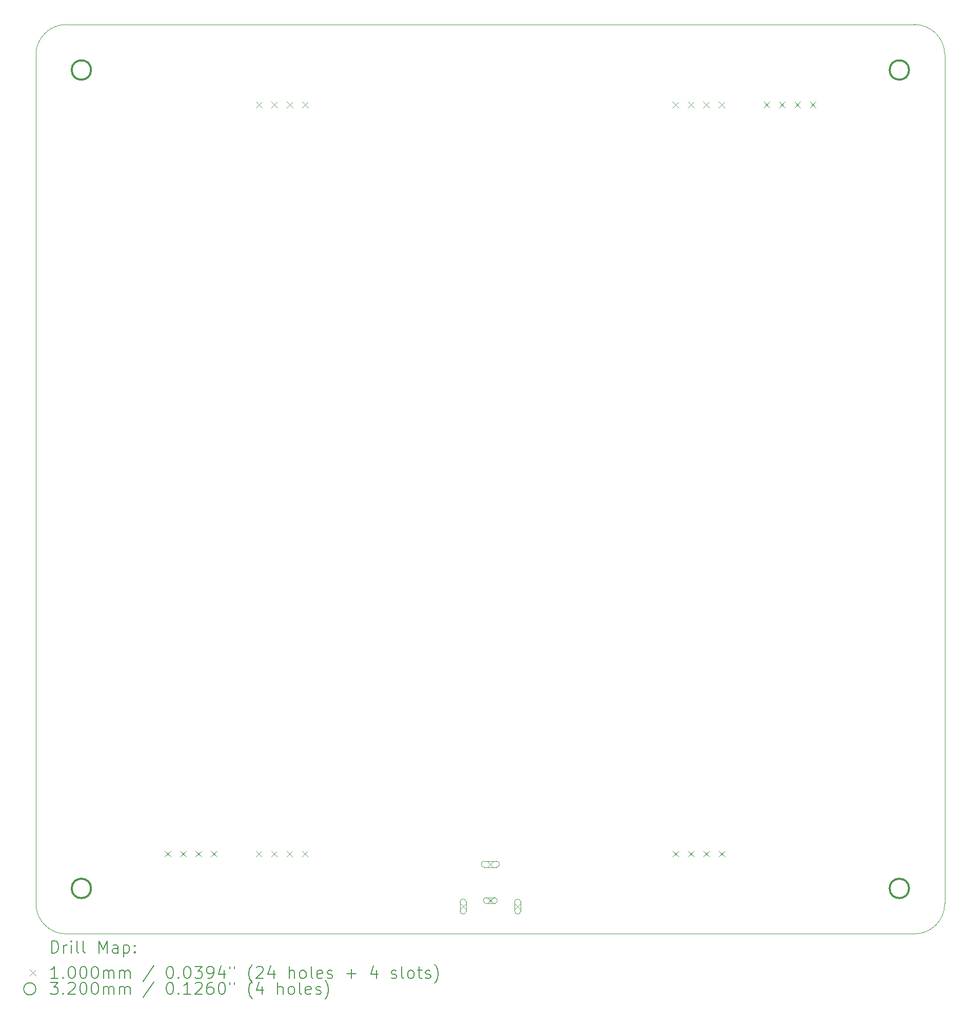
<source format=gbr>
%TF.GenerationSoftware,KiCad,Pcbnew,8.0.1*%
%TF.CreationDate,2024-03-21T17:04:59-07:00*%
%TF.ProjectId,fan-controller,66616e2d-636f-46e7-9472-6f6c6c65722e,rev?*%
%TF.SameCoordinates,Original*%
%TF.FileFunction,Drillmap*%
%TF.FilePolarity,Positive*%
%FSLAX45Y45*%
G04 Gerber Fmt 4.5, Leading zero omitted, Abs format (unit mm)*
G04 Created by KiCad (PCBNEW 8.0.1) date 2024-03-21 17:04:59*
%MOMM*%
%LPD*%
G01*
G04 APERTURE LIST*
%ADD10C,0.050000*%
%ADD11C,0.200000*%
%ADD12C,0.100000*%
%ADD13C,0.320000*%
G04 APERTURE END LIST*
D10*
X13000000Y-7500000D02*
X27000000Y-7500000D01*
X27000000Y-7500000D02*
G75*
G02*
X27500000Y-8000000I0J-500000D01*
G01*
X27500000Y-22000000D02*
G75*
G02*
X27000000Y-22500000I-500000J0D01*
G01*
X27500000Y-8000000D02*
X27500000Y-22000000D01*
X27000000Y-22500000D02*
X13000000Y-22500000D01*
X12500000Y-22000000D02*
X12500000Y-8000000D01*
X13000000Y-22500000D02*
G75*
G02*
X12500000Y-22000000I0J500000D01*
G01*
X12500000Y-8000000D02*
G75*
G02*
X13000000Y-7500000I500000J0D01*
G01*
D11*
D12*
X14628000Y-21130000D02*
X14728000Y-21230000D01*
X14728000Y-21130000D02*
X14628000Y-21230000D01*
X14882000Y-21130000D02*
X14982000Y-21230000D01*
X14982000Y-21130000D02*
X14882000Y-21230000D01*
X15136000Y-21130000D02*
X15236000Y-21230000D01*
X15236000Y-21130000D02*
X15136000Y-21230000D01*
X15390000Y-21130000D02*
X15490000Y-21230000D01*
X15490000Y-21130000D02*
X15390000Y-21230000D01*
X16128000Y-21130000D02*
X16228000Y-21230000D01*
X16228000Y-21130000D02*
X16128000Y-21230000D01*
X16130000Y-8770000D02*
X16230000Y-8870000D01*
X16230000Y-8770000D02*
X16130000Y-8870000D01*
X16382000Y-21130000D02*
X16482000Y-21230000D01*
X16482000Y-21130000D02*
X16382000Y-21230000D01*
X16384000Y-8770000D02*
X16484000Y-8870000D01*
X16484000Y-8770000D02*
X16384000Y-8870000D01*
X16636000Y-21130000D02*
X16736000Y-21230000D01*
X16736000Y-21130000D02*
X16636000Y-21230000D01*
X16638000Y-8770000D02*
X16738000Y-8870000D01*
X16738000Y-8770000D02*
X16638000Y-8870000D01*
X16890000Y-21130000D02*
X16990000Y-21230000D01*
X16990000Y-21130000D02*
X16890000Y-21230000D01*
X16892000Y-8770000D02*
X16992000Y-8870000D01*
X16992000Y-8770000D02*
X16892000Y-8870000D01*
X19500000Y-22000000D02*
X19600000Y-22100000D01*
X19600000Y-22000000D02*
X19500000Y-22100000D01*
X19500000Y-21975000D02*
X19500000Y-22125000D01*
X19600000Y-22125000D02*
G75*
G02*
X19500000Y-22125000I-50000J0D01*
G01*
X19600000Y-22125000D02*
X19600000Y-21975000D01*
X19600000Y-21975000D02*
G75*
G03*
X19500000Y-21975000I-50000J0D01*
G01*
X19950000Y-21300000D02*
X20050000Y-21400000D01*
X20050000Y-21300000D02*
X19950000Y-21400000D01*
X19900000Y-21400000D02*
X20100000Y-21400000D01*
X20100000Y-21300000D02*
G75*
G02*
X20100000Y-21400000I0J-50000D01*
G01*
X20100000Y-21300000D02*
X19900000Y-21300000D01*
X19900000Y-21300000D02*
G75*
G03*
X19900000Y-21400000I0J-50000D01*
G01*
X19950000Y-21900000D02*
X20050000Y-22000000D01*
X20050000Y-21900000D02*
X19950000Y-22000000D01*
X19935000Y-22000000D02*
X20065000Y-22000000D01*
X20065000Y-21900000D02*
G75*
G02*
X20065000Y-22000000I0J-50000D01*
G01*
X20065000Y-21900000D02*
X19935000Y-21900000D01*
X19935000Y-21900000D02*
G75*
G03*
X19935000Y-22000000I0J-50000D01*
G01*
X20400000Y-22000000D02*
X20500000Y-22100000D01*
X20500000Y-22000000D02*
X20400000Y-22100000D01*
X20400000Y-21975000D02*
X20400000Y-22125000D01*
X20500000Y-22125000D02*
G75*
G02*
X20400000Y-22125000I-50000J0D01*
G01*
X20500000Y-22125000D02*
X20500000Y-21975000D01*
X20500000Y-21975000D02*
G75*
G03*
X20400000Y-21975000I-50000J0D01*
G01*
X23008000Y-21130000D02*
X23108000Y-21230000D01*
X23108000Y-21130000D02*
X23008000Y-21230000D01*
X23010000Y-8770000D02*
X23110000Y-8870000D01*
X23110000Y-8770000D02*
X23010000Y-8870000D01*
X23262000Y-21130000D02*
X23362000Y-21230000D01*
X23362000Y-21130000D02*
X23262000Y-21230000D01*
X23264000Y-8770000D02*
X23364000Y-8870000D01*
X23364000Y-8770000D02*
X23264000Y-8870000D01*
X23516000Y-21130000D02*
X23616000Y-21230000D01*
X23616000Y-21130000D02*
X23516000Y-21230000D01*
X23518000Y-8770000D02*
X23618000Y-8870000D01*
X23618000Y-8770000D02*
X23518000Y-8870000D01*
X23770000Y-21130000D02*
X23870000Y-21230000D01*
X23870000Y-21130000D02*
X23770000Y-21230000D01*
X23772000Y-8770000D02*
X23872000Y-8870000D01*
X23872000Y-8770000D02*
X23772000Y-8870000D01*
X24510000Y-8770000D02*
X24610000Y-8870000D01*
X24610000Y-8770000D02*
X24510000Y-8870000D01*
X24764000Y-8770000D02*
X24864000Y-8870000D01*
X24864000Y-8770000D02*
X24764000Y-8870000D01*
X25018000Y-8770000D02*
X25118000Y-8870000D01*
X25118000Y-8770000D02*
X25018000Y-8870000D01*
X25272000Y-8770000D02*
X25372000Y-8870000D01*
X25372000Y-8770000D02*
X25272000Y-8870000D01*
D13*
X13410000Y-8250000D02*
G75*
G02*
X13090000Y-8250000I-160000J0D01*
G01*
X13090000Y-8250000D02*
G75*
G02*
X13410000Y-8250000I160000J0D01*
G01*
X13410000Y-21750000D02*
G75*
G02*
X13090000Y-21750000I-160000J0D01*
G01*
X13090000Y-21750000D02*
G75*
G02*
X13410000Y-21750000I160000J0D01*
G01*
X26910000Y-8250000D02*
G75*
G02*
X26590000Y-8250000I-160000J0D01*
G01*
X26590000Y-8250000D02*
G75*
G02*
X26910000Y-8250000I160000J0D01*
G01*
X26910000Y-21750000D02*
G75*
G02*
X26590000Y-21750000I-160000J0D01*
G01*
X26590000Y-21750000D02*
G75*
G02*
X26910000Y-21750000I160000J0D01*
G01*
D11*
X12758277Y-22813984D02*
X12758277Y-22613984D01*
X12758277Y-22613984D02*
X12805896Y-22613984D01*
X12805896Y-22613984D02*
X12834467Y-22623508D01*
X12834467Y-22623508D02*
X12853515Y-22642555D01*
X12853515Y-22642555D02*
X12863039Y-22661603D01*
X12863039Y-22661603D02*
X12872562Y-22699698D01*
X12872562Y-22699698D02*
X12872562Y-22728269D01*
X12872562Y-22728269D02*
X12863039Y-22766365D01*
X12863039Y-22766365D02*
X12853515Y-22785412D01*
X12853515Y-22785412D02*
X12834467Y-22804460D01*
X12834467Y-22804460D02*
X12805896Y-22813984D01*
X12805896Y-22813984D02*
X12758277Y-22813984D01*
X12958277Y-22813984D02*
X12958277Y-22680650D01*
X12958277Y-22718746D02*
X12967801Y-22699698D01*
X12967801Y-22699698D02*
X12977324Y-22690174D01*
X12977324Y-22690174D02*
X12996372Y-22680650D01*
X12996372Y-22680650D02*
X13015420Y-22680650D01*
X13082086Y-22813984D02*
X13082086Y-22680650D01*
X13082086Y-22613984D02*
X13072562Y-22623508D01*
X13072562Y-22623508D02*
X13082086Y-22633031D01*
X13082086Y-22633031D02*
X13091610Y-22623508D01*
X13091610Y-22623508D02*
X13082086Y-22613984D01*
X13082086Y-22613984D02*
X13082086Y-22633031D01*
X13205896Y-22813984D02*
X13186848Y-22804460D01*
X13186848Y-22804460D02*
X13177324Y-22785412D01*
X13177324Y-22785412D02*
X13177324Y-22613984D01*
X13310658Y-22813984D02*
X13291610Y-22804460D01*
X13291610Y-22804460D02*
X13282086Y-22785412D01*
X13282086Y-22785412D02*
X13282086Y-22613984D01*
X13539229Y-22813984D02*
X13539229Y-22613984D01*
X13539229Y-22613984D02*
X13605896Y-22756841D01*
X13605896Y-22756841D02*
X13672562Y-22613984D01*
X13672562Y-22613984D02*
X13672562Y-22813984D01*
X13853515Y-22813984D02*
X13853515Y-22709222D01*
X13853515Y-22709222D02*
X13843991Y-22690174D01*
X13843991Y-22690174D02*
X13824943Y-22680650D01*
X13824943Y-22680650D02*
X13786848Y-22680650D01*
X13786848Y-22680650D02*
X13767801Y-22690174D01*
X13853515Y-22804460D02*
X13834467Y-22813984D01*
X13834467Y-22813984D02*
X13786848Y-22813984D01*
X13786848Y-22813984D02*
X13767801Y-22804460D01*
X13767801Y-22804460D02*
X13758277Y-22785412D01*
X13758277Y-22785412D02*
X13758277Y-22766365D01*
X13758277Y-22766365D02*
X13767801Y-22747317D01*
X13767801Y-22747317D02*
X13786848Y-22737793D01*
X13786848Y-22737793D02*
X13834467Y-22737793D01*
X13834467Y-22737793D02*
X13853515Y-22728269D01*
X13948753Y-22680650D02*
X13948753Y-22880650D01*
X13948753Y-22690174D02*
X13967801Y-22680650D01*
X13967801Y-22680650D02*
X14005896Y-22680650D01*
X14005896Y-22680650D02*
X14024943Y-22690174D01*
X14024943Y-22690174D02*
X14034467Y-22699698D01*
X14034467Y-22699698D02*
X14043991Y-22718746D01*
X14043991Y-22718746D02*
X14043991Y-22775888D01*
X14043991Y-22775888D02*
X14034467Y-22794936D01*
X14034467Y-22794936D02*
X14024943Y-22804460D01*
X14024943Y-22804460D02*
X14005896Y-22813984D01*
X14005896Y-22813984D02*
X13967801Y-22813984D01*
X13967801Y-22813984D02*
X13948753Y-22804460D01*
X14129705Y-22794936D02*
X14139229Y-22804460D01*
X14139229Y-22804460D02*
X14129705Y-22813984D01*
X14129705Y-22813984D02*
X14120182Y-22804460D01*
X14120182Y-22804460D02*
X14129705Y-22794936D01*
X14129705Y-22794936D02*
X14129705Y-22813984D01*
X14129705Y-22690174D02*
X14139229Y-22699698D01*
X14139229Y-22699698D02*
X14129705Y-22709222D01*
X14129705Y-22709222D02*
X14120182Y-22699698D01*
X14120182Y-22699698D02*
X14129705Y-22690174D01*
X14129705Y-22690174D02*
X14129705Y-22709222D01*
D12*
X12397500Y-23092500D02*
X12497500Y-23192500D01*
X12497500Y-23092500D02*
X12397500Y-23192500D01*
D11*
X12863039Y-23233984D02*
X12748753Y-23233984D01*
X12805896Y-23233984D02*
X12805896Y-23033984D01*
X12805896Y-23033984D02*
X12786848Y-23062555D01*
X12786848Y-23062555D02*
X12767801Y-23081603D01*
X12767801Y-23081603D02*
X12748753Y-23091127D01*
X12948753Y-23214936D02*
X12958277Y-23224460D01*
X12958277Y-23224460D02*
X12948753Y-23233984D01*
X12948753Y-23233984D02*
X12939229Y-23224460D01*
X12939229Y-23224460D02*
X12948753Y-23214936D01*
X12948753Y-23214936D02*
X12948753Y-23233984D01*
X13082086Y-23033984D02*
X13101134Y-23033984D01*
X13101134Y-23033984D02*
X13120182Y-23043508D01*
X13120182Y-23043508D02*
X13129705Y-23053031D01*
X13129705Y-23053031D02*
X13139229Y-23072079D01*
X13139229Y-23072079D02*
X13148753Y-23110174D01*
X13148753Y-23110174D02*
X13148753Y-23157793D01*
X13148753Y-23157793D02*
X13139229Y-23195888D01*
X13139229Y-23195888D02*
X13129705Y-23214936D01*
X13129705Y-23214936D02*
X13120182Y-23224460D01*
X13120182Y-23224460D02*
X13101134Y-23233984D01*
X13101134Y-23233984D02*
X13082086Y-23233984D01*
X13082086Y-23233984D02*
X13063039Y-23224460D01*
X13063039Y-23224460D02*
X13053515Y-23214936D01*
X13053515Y-23214936D02*
X13043991Y-23195888D01*
X13043991Y-23195888D02*
X13034467Y-23157793D01*
X13034467Y-23157793D02*
X13034467Y-23110174D01*
X13034467Y-23110174D02*
X13043991Y-23072079D01*
X13043991Y-23072079D02*
X13053515Y-23053031D01*
X13053515Y-23053031D02*
X13063039Y-23043508D01*
X13063039Y-23043508D02*
X13082086Y-23033984D01*
X13272562Y-23033984D02*
X13291610Y-23033984D01*
X13291610Y-23033984D02*
X13310658Y-23043508D01*
X13310658Y-23043508D02*
X13320182Y-23053031D01*
X13320182Y-23053031D02*
X13329705Y-23072079D01*
X13329705Y-23072079D02*
X13339229Y-23110174D01*
X13339229Y-23110174D02*
X13339229Y-23157793D01*
X13339229Y-23157793D02*
X13329705Y-23195888D01*
X13329705Y-23195888D02*
X13320182Y-23214936D01*
X13320182Y-23214936D02*
X13310658Y-23224460D01*
X13310658Y-23224460D02*
X13291610Y-23233984D01*
X13291610Y-23233984D02*
X13272562Y-23233984D01*
X13272562Y-23233984D02*
X13253515Y-23224460D01*
X13253515Y-23224460D02*
X13243991Y-23214936D01*
X13243991Y-23214936D02*
X13234467Y-23195888D01*
X13234467Y-23195888D02*
X13224943Y-23157793D01*
X13224943Y-23157793D02*
X13224943Y-23110174D01*
X13224943Y-23110174D02*
X13234467Y-23072079D01*
X13234467Y-23072079D02*
X13243991Y-23053031D01*
X13243991Y-23053031D02*
X13253515Y-23043508D01*
X13253515Y-23043508D02*
X13272562Y-23033984D01*
X13463039Y-23033984D02*
X13482086Y-23033984D01*
X13482086Y-23033984D02*
X13501134Y-23043508D01*
X13501134Y-23043508D02*
X13510658Y-23053031D01*
X13510658Y-23053031D02*
X13520182Y-23072079D01*
X13520182Y-23072079D02*
X13529705Y-23110174D01*
X13529705Y-23110174D02*
X13529705Y-23157793D01*
X13529705Y-23157793D02*
X13520182Y-23195888D01*
X13520182Y-23195888D02*
X13510658Y-23214936D01*
X13510658Y-23214936D02*
X13501134Y-23224460D01*
X13501134Y-23224460D02*
X13482086Y-23233984D01*
X13482086Y-23233984D02*
X13463039Y-23233984D01*
X13463039Y-23233984D02*
X13443991Y-23224460D01*
X13443991Y-23224460D02*
X13434467Y-23214936D01*
X13434467Y-23214936D02*
X13424943Y-23195888D01*
X13424943Y-23195888D02*
X13415420Y-23157793D01*
X13415420Y-23157793D02*
X13415420Y-23110174D01*
X13415420Y-23110174D02*
X13424943Y-23072079D01*
X13424943Y-23072079D02*
X13434467Y-23053031D01*
X13434467Y-23053031D02*
X13443991Y-23043508D01*
X13443991Y-23043508D02*
X13463039Y-23033984D01*
X13615420Y-23233984D02*
X13615420Y-23100650D01*
X13615420Y-23119698D02*
X13624943Y-23110174D01*
X13624943Y-23110174D02*
X13643991Y-23100650D01*
X13643991Y-23100650D02*
X13672563Y-23100650D01*
X13672563Y-23100650D02*
X13691610Y-23110174D01*
X13691610Y-23110174D02*
X13701134Y-23129222D01*
X13701134Y-23129222D02*
X13701134Y-23233984D01*
X13701134Y-23129222D02*
X13710658Y-23110174D01*
X13710658Y-23110174D02*
X13729705Y-23100650D01*
X13729705Y-23100650D02*
X13758277Y-23100650D01*
X13758277Y-23100650D02*
X13777324Y-23110174D01*
X13777324Y-23110174D02*
X13786848Y-23129222D01*
X13786848Y-23129222D02*
X13786848Y-23233984D01*
X13882086Y-23233984D02*
X13882086Y-23100650D01*
X13882086Y-23119698D02*
X13891610Y-23110174D01*
X13891610Y-23110174D02*
X13910658Y-23100650D01*
X13910658Y-23100650D02*
X13939229Y-23100650D01*
X13939229Y-23100650D02*
X13958277Y-23110174D01*
X13958277Y-23110174D02*
X13967801Y-23129222D01*
X13967801Y-23129222D02*
X13967801Y-23233984D01*
X13967801Y-23129222D02*
X13977324Y-23110174D01*
X13977324Y-23110174D02*
X13996372Y-23100650D01*
X13996372Y-23100650D02*
X14024943Y-23100650D01*
X14024943Y-23100650D02*
X14043991Y-23110174D01*
X14043991Y-23110174D02*
X14053515Y-23129222D01*
X14053515Y-23129222D02*
X14053515Y-23233984D01*
X14443991Y-23024460D02*
X14272563Y-23281603D01*
X14701134Y-23033984D02*
X14720182Y-23033984D01*
X14720182Y-23033984D02*
X14739229Y-23043508D01*
X14739229Y-23043508D02*
X14748753Y-23053031D01*
X14748753Y-23053031D02*
X14758277Y-23072079D01*
X14758277Y-23072079D02*
X14767801Y-23110174D01*
X14767801Y-23110174D02*
X14767801Y-23157793D01*
X14767801Y-23157793D02*
X14758277Y-23195888D01*
X14758277Y-23195888D02*
X14748753Y-23214936D01*
X14748753Y-23214936D02*
X14739229Y-23224460D01*
X14739229Y-23224460D02*
X14720182Y-23233984D01*
X14720182Y-23233984D02*
X14701134Y-23233984D01*
X14701134Y-23233984D02*
X14682086Y-23224460D01*
X14682086Y-23224460D02*
X14672563Y-23214936D01*
X14672563Y-23214936D02*
X14663039Y-23195888D01*
X14663039Y-23195888D02*
X14653515Y-23157793D01*
X14653515Y-23157793D02*
X14653515Y-23110174D01*
X14653515Y-23110174D02*
X14663039Y-23072079D01*
X14663039Y-23072079D02*
X14672563Y-23053031D01*
X14672563Y-23053031D02*
X14682086Y-23043508D01*
X14682086Y-23043508D02*
X14701134Y-23033984D01*
X14853515Y-23214936D02*
X14863039Y-23224460D01*
X14863039Y-23224460D02*
X14853515Y-23233984D01*
X14853515Y-23233984D02*
X14843991Y-23224460D01*
X14843991Y-23224460D02*
X14853515Y-23214936D01*
X14853515Y-23214936D02*
X14853515Y-23233984D01*
X14986848Y-23033984D02*
X15005896Y-23033984D01*
X15005896Y-23033984D02*
X15024944Y-23043508D01*
X15024944Y-23043508D02*
X15034467Y-23053031D01*
X15034467Y-23053031D02*
X15043991Y-23072079D01*
X15043991Y-23072079D02*
X15053515Y-23110174D01*
X15053515Y-23110174D02*
X15053515Y-23157793D01*
X15053515Y-23157793D02*
X15043991Y-23195888D01*
X15043991Y-23195888D02*
X15034467Y-23214936D01*
X15034467Y-23214936D02*
X15024944Y-23224460D01*
X15024944Y-23224460D02*
X15005896Y-23233984D01*
X15005896Y-23233984D02*
X14986848Y-23233984D01*
X14986848Y-23233984D02*
X14967801Y-23224460D01*
X14967801Y-23224460D02*
X14958277Y-23214936D01*
X14958277Y-23214936D02*
X14948753Y-23195888D01*
X14948753Y-23195888D02*
X14939229Y-23157793D01*
X14939229Y-23157793D02*
X14939229Y-23110174D01*
X14939229Y-23110174D02*
X14948753Y-23072079D01*
X14948753Y-23072079D02*
X14958277Y-23053031D01*
X14958277Y-23053031D02*
X14967801Y-23043508D01*
X14967801Y-23043508D02*
X14986848Y-23033984D01*
X15120182Y-23033984D02*
X15243991Y-23033984D01*
X15243991Y-23033984D02*
X15177325Y-23110174D01*
X15177325Y-23110174D02*
X15205896Y-23110174D01*
X15205896Y-23110174D02*
X15224944Y-23119698D01*
X15224944Y-23119698D02*
X15234467Y-23129222D01*
X15234467Y-23129222D02*
X15243991Y-23148269D01*
X15243991Y-23148269D02*
X15243991Y-23195888D01*
X15243991Y-23195888D02*
X15234467Y-23214936D01*
X15234467Y-23214936D02*
X15224944Y-23224460D01*
X15224944Y-23224460D02*
X15205896Y-23233984D01*
X15205896Y-23233984D02*
X15148753Y-23233984D01*
X15148753Y-23233984D02*
X15129706Y-23224460D01*
X15129706Y-23224460D02*
X15120182Y-23214936D01*
X15339229Y-23233984D02*
X15377325Y-23233984D01*
X15377325Y-23233984D02*
X15396372Y-23224460D01*
X15396372Y-23224460D02*
X15405896Y-23214936D01*
X15405896Y-23214936D02*
X15424944Y-23186365D01*
X15424944Y-23186365D02*
X15434467Y-23148269D01*
X15434467Y-23148269D02*
X15434467Y-23072079D01*
X15434467Y-23072079D02*
X15424944Y-23053031D01*
X15424944Y-23053031D02*
X15415420Y-23043508D01*
X15415420Y-23043508D02*
X15396372Y-23033984D01*
X15396372Y-23033984D02*
X15358277Y-23033984D01*
X15358277Y-23033984D02*
X15339229Y-23043508D01*
X15339229Y-23043508D02*
X15329706Y-23053031D01*
X15329706Y-23053031D02*
X15320182Y-23072079D01*
X15320182Y-23072079D02*
X15320182Y-23119698D01*
X15320182Y-23119698D02*
X15329706Y-23138746D01*
X15329706Y-23138746D02*
X15339229Y-23148269D01*
X15339229Y-23148269D02*
X15358277Y-23157793D01*
X15358277Y-23157793D02*
X15396372Y-23157793D01*
X15396372Y-23157793D02*
X15415420Y-23148269D01*
X15415420Y-23148269D02*
X15424944Y-23138746D01*
X15424944Y-23138746D02*
X15434467Y-23119698D01*
X15605896Y-23100650D02*
X15605896Y-23233984D01*
X15558277Y-23024460D02*
X15510658Y-23167317D01*
X15510658Y-23167317D02*
X15634467Y-23167317D01*
X15701134Y-23033984D02*
X15701134Y-23072079D01*
X15777325Y-23033984D02*
X15777325Y-23072079D01*
X16072563Y-23310174D02*
X16063039Y-23300650D01*
X16063039Y-23300650D02*
X16043991Y-23272079D01*
X16043991Y-23272079D02*
X16034468Y-23253031D01*
X16034468Y-23253031D02*
X16024944Y-23224460D01*
X16024944Y-23224460D02*
X16015420Y-23176841D01*
X16015420Y-23176841D02*
X16015420Y-23138746D01*
X16015420Y-23138746D02*
X16024944Y-23091127D01*
X16024944Y-23091127D02*
X16034468Y-23062555D01*
X16034468Y-23062555D02*
X16043991Y-23043508D01*
X16043991Y-23043508D02*
X16063039Y-23014936D01*
X16063039Y-23014936D02*
X16072563Y-23005412D01*
X16139229Y-23053031D02*
X16148753Y-23043508D01*
X16148753Y-23043508D02*
X16167801Y-23033984D01*
X16167801Y-23033984D02*
X16215420Y-23033984D01*
X16215420Y-23033984D02*
X16234468Y-23043508D01*
X16234468Y-23043508D02*
X16243991Y-23053031D01*
X16243991Y-23053031D02*
X16253515Y-23072079D01*
X16253515Y-23072079D02*
X16253515Y-23091127D01*
X16253515Y-23091127D02*
X16243991Y-23119698D01*
X16243991Y-23119698D02*
X16129706Y-23233984D01*
X16129706Y-23233984D02*
X16253515Y-23233984D01*
X16424944Y-23100650D02*
X16424944Y-23233984D01*
X16377325Y-23024460D02*
X16329706Y-23167317D01*
X16329706Y-23167317D02*
X16453515Y-23167317D01*
X16682087Y-23233984D02*
X16682087Y-23033984D01*
X16767801Y-23233984D02*
X16767801Y-23129222D01*
X16767801Y-23129222D02*
X16758277Y-23110174D01*
X16758277Y-23110174D02*
X16739230Y-23100650D01*
X16739230Y-23100650D02*
X16710658Y-23100650D01*
X16710658Y-23100650D02*
X16691610Y-23110174D01*
X16691610Y-23110174D02*
X16682087Y-23119698D01*
X16891611Y-23233984D02*
X16872563Y-23224460D01*
X16872563Y-23224460D02*
X16863039Y-23214936D01*
X16863039Y-23214936D02*
X16853515Y-23195888D01*
X16853515Y-23195888D02*
X16853515Y-23138746D01*
X16853515Y-23138746D02*
X16863039Y-23119698D01*
X16863039Y-23119698D02*
X16872563Y-23110174D01*
X16872563Y-23110174D02*
X16891611Y-23100650D01*
X16891611Y-23100650D02*
X16920182Y-23100650D01*
X16920182Y-23100650D02*
X16939230Y-23110174D01*
X16939230Y-23110174D02*
X16948753Y-23119698D01*
X16948753Y-23119698D02*
X16958277Y-23138746D01*
X16958277Y-23138746D02*
X16958277Y-23195888D01*
X16958277Y-23195888D02*
X16948753Y-23214936D01*
X16948753Y-23214936D02*
X16939230Y-23224460D01*
X16939230Y-23224460D02*
X16920182Y-23233984D01*
X16920182Y-23233984D02*
X16891611Y-23233984D01*
X17072563Y-23233984D02*
X17053515Y-23224460D01*
X17053515Y-23224460D02*
X17043992Y-23205412D01*
X17043992Y-23205412D02*
X17043992Y-23033984D01*
X17224944Y-23224460D02*
X17205896Y-23233984D01*
X17205896Y-23233984D02*
X17167801Y-23233984D01*
X17167801Y-23233984D02*
X17148753Y-23224460D01*
X17148753Y-23224460D02*
X17139230Y-23205412D01*
X17139230Y-23205412D02*
X17139230Y-23129222D01*
X17139230Y-23129222D02*
X17148753Y-23110174D01*
X17148753Y-23110174D02*
X17167801Y-23100650D01*
X17167801Y-23100650D02*
X17205896Y-23100650D01*
X17205896Y-23100650D02*
X17224944Y-23110174D01*
X17224944Y-23110174D02*
X17234468Y-23129222D01*
X17234468Y-23129222D02*
X17234468Y-23148269D01*
X17234468Y-23148269D02*
X17139230Y-23167317D01*
X17310658Y-23224460D02*
X17329706Y-23233984D01*
X17329706Y-23233984D02*
X17367801Y-23233984D01*
X17367801Y-23233984D02*
X17386849Y-23224460D01*
X17386849Y-23224460D02*
X17396373Y-23205412D01*
X17396373Y-23205412D02*
X17396373Y-23195888D01*
X17396373Y-23195888D02*
X17386849Y-23176841D01*
X17386849Y-23176841D02*
X17367801Y-23167317D01*
X17367801Y-23167317D02*
X17339230Y-23167317D01*
X17339230Y-23167317D02*
X17320182Y-23157793D01*
X17320182Y-23157793D02*
X17310658Y-23138746D01*
X17310658Y-23138746D02*
X17310658Y-23129222D01*
X17310658Y-23129222D02*
X17320182Y-23110174D01*
X17320182Y-23110174D02*
X17339230Y-23100650D01*
X17339230Y-23100650D02*
X17367801Y-23100650D01*
X17367801Y-23100650D02*
X17386849Y-23110174D01*
X17634468Y-23157793D02*
X17786849Y-23157793D01*
X17710658Y-23233984D02*
X17710658Y-23081603D01*
X18120182Y-23100650D02*
X18120182Y-23233984D01*
X18072563Y-23024460D02*
X18024944Y-23167317D01*
X18024944Y-23167317D02*
X18148754Y-23167317D01*
X18367801Y-23224460D02*
X18386849Y-23233984D01*
X18386849Y-23233984D02*
X18424944Y-23233984D01*
X18424944Y-23233984D02*
X18443992Y-23224460D01*
X18443992Y-23224460D02*
X18453516Y-23205412D01*
X18453516Y-23205412D02*
X18453516Y-23195888D01*
X18453516Y-23195888D02*
X18443992Y-23176841D01*
X18443992Y-23176841D02*
X18424944Y-23167317D01*
X18424944Y-23167317D02*
X18396373Y-23167317D01*
X18396373Y-23167317D02*
X18377325Y-23157793D01*
X18377325Y-23157793D02*
X18367801Y-23138746D01*
X18367801Y-23138746D02*
X18367801Y-23129222D01*
X18367801Y-23129222D02*
X18377325Y-23110174D01*
X18377325Y-23110174D02*
X18396373Y-23100650D01*
X18396373Y-23100650D02*
X18424944Y-23100650D01*
X18424944Y-23100650D02*
X18443992Y-23110174D01*
X18567801Y-23233984D02*
X18548754Y-23224460D01*
X18548754Y-23224460D02*
X18539230Y-23205412D01*
X18539230Y-23205412D02*
X18539230Y-23033984D01*
X18672563Y-23233984D02*
X18653516Y-23224460D01*
X18653516Y-23224460D02*
X18643992Y-23214936D01*
X18643992Y-23214936D02*
X18634468Y-23195888D01*
X18634468Y-23195888D02*
X18634468Y-23138746D01*
X18634468Y-23138746D02*
X18643992Y-23119698D01*
X18643992Y-23119698D02*
X18653516Y-23110174D01*
X18653516Y-23110174D02*
X18672563Y-23100650D01*
X18672563Y-23100650D02*
X18701135Y-23100650D01*
X18701135Y-23100650D02*
X18720182Y-23110174D01*
X18720182Y-23110174D02*
X18729706Y-23119698D01*
X18729706Y-23119698D02*
X18739230Y-23138746D01*
X18739230Y-23138746D02*
X18739230Y-23195888D01*
X18739230Y-23195888D02*
X18729706Y-23214936D01*
X18729706Y-23214936D02*
X18720182Y-23224460D01*
X18720182Y-23224460D02*
X18701135Y-23233984D01*
X18701135Y-23233984D02*
X18672563Y-23233984D01*
X18796373Y-23100650D02*
X18872563Y-23100650D01*
X18824944Y-23033984D02*
X18824944Y-23205412D01*
X18824944Y-23205412D02*
X18834468Y-23224460D01*
X18834468Y-23224460D02*
X18853516Y-23233984D01*
X18853516Y-23233984D02*
X18872563Y-23233984D01*
X18929706Y-23224460D02*
X18948754Y-23233984D01*
X18948754Y-23233984D02*
X18986849Y-23233984D01*
X18986849Y-23233984D02*
X19005897Y-23224460D01*
X19005897Y-23224460D02*
X19015420Y-23205412D01*
X19015420Y-23205412D02*
X19015420Y-23195888D01*
X19015420Y-23195888D02*
X19005897Y-23176841D01*
X19005897Y-23176841D02*
X18986849Y-23167317D01*
X18986849Y-23167317D02*
X18958277Y-23167317D01*
X18958277Y-23167317D02*
X18939230Y-23157793D01*
X18939230Y-23157793D02*
X18929706Y-23138746D01*
X18929706Y-23138746D02*
X18929706Y-23129222D01*
X18929706Y-23129222D02*
X18939230Y-23110174D01*
X18939230Y-23110174D02*
X18958277Y-23100650D01*
X18958277Y-23100650D02*
X18986849Y-23100650D01*
X18986849Y-23100650D02*
X19005897Y-23110174D01*
X19082087Y-23310174D02*
X19091611Y-23300650D01*
X19091611Y-23300650D02*
X19110658Y-23272079D01*
X19110658Y-23272079D02*
X19120182Y-23253031D01*
X19120182Y-23253031D02*
X19129706Y-23224460D01*
X19129706Y-23224460D02*
X19139230Y-23176841D01*
X19139230Y-23176841D02*
X19139230Y-23138746D01*
X19139230Y-23138746D02*
X19129706Y-23091127D01*
X19129706Y-23091127D02*
X19120182Y-23062555D01*
X19120182Y-23062555D02*
X19110658Y-23043508D01*
X19110658Y-23043508D02*
X19091611Y-23014936D01*
X19091611Y-23014936D02*
X19082087Y-23005412D01*
X12497500Y-23406500D02*
G75*
G02*
X12297500Y-23406500I-100000J0D01*
G01*
X12297500Y-23406500D02*
G75*
G02*
X12497500Y-23406500I100000J0D01*
G01*
X12739229Y-23297984D02*
X12863039Y-23297984D01*
X12863039Y-23297984D02*
X12796372Y-23374174D01*
X12796372Y-23374174D02*
X12824943Y-23374174D01*
X12824943Y-23374174D02*
X12843991Y-23383698D01*
X12843991Y-23383698D02*
X12853515Y-23393222D01*
X12853515Y-23393222D02*
X12863039Y-23412269D01*
X12863039Y-23412269D02*
X12863039Y-23459888D01*
X12863039Y-23459888D02*
X12853515Y-23478936D01*
X12853515Y-23478936D02*
X12843991Y-23488460D01*
X12843991Y-23488460D02*
X12824943Y-23497984D01*
X12824943Y-23497984D02*
X12767801Y-23497984D01*
X12767801Y-23497984D02*
X12748753Y-23488460D01*
X12748753Y-23488460D02*
X12739229Y-23478936D01*
X12948753Y-23478936D02*
X12958277Y-23488460D01*
X12958277Y-23488460D02*
X12948753Y-23497984D01*
X12948753Y-23497984D02*
X12939229Y-23488460D01*
X12939229Y-23488460D02*
X12948753Y-23478936D01*
X12948753Y-23478936D02*
X12948753Y-23497984D01*
X13034467Y-23317031D02*
X13043991Y-23307508D01*
X13043991Y-23307508D02*
X13063039Y-23297984D01*
X13063039Y-23297984D02*
X13110658Y-23297984D01*
X13110658Y-23297984D02*
X13129705Y-23307508D01*
X13129705Y-23307508D02*
X13139229Y-23317031D01*
X13139229Y-23317031D02*
X13148753Y-23336079D01*
X13148753Y-23336079D02*
X13148753Y-23355127D01*
X13148753Y-23355127D02*
X13139229Y-23383698D01*
X13139229Y-23383698D02*
X13024943Y-23497984D01*
X13024943Y-23497984D02*
X13148753Y-23497984D01*
X13272562Y-23297984D02*
X13291610Y-23297984D01*
X13291610Y-23297984D02*
X13310658Y-23307508D01*
X13310658Y-23307508D02*
X13320182Y-23317031D01*
X13320182Y-23317031D02*
X13329705Y-23336079D01*
X13329705Y-23336079D02*
X13339229Y-23374174D01*
X13339229Y-23374174D02*
X13339229Y-23421793D01*
X13339229Y-23421793D02*
X13329705Y-23459888D01*
X13329705Y-23459888D02*
X13320182Y-23478936D01*
X13320182Y-23478936D02*
X13310658Y-23488460D01*
X13310658Y-23488460D02*
X13291610Y-23497984D01*
X13291610Y-23497984D02*
X13272562Y-23497984D01*
X13272562Y-23497984D02*
X13253515Y-23488460D01*
X13253515Y-23488460D02*
X13243991Y-23478936D01*
X13243991Y-23478936D02*
X13234467Y-23459888D01*
X13234467Y-23459888D02*
X13224943Y-23421793D01*
X13224943Y-23421793D02*
X13224943Y-23374174D01*
X13224943Y-23374174D02*
X13234467Y-23336079D01*
X13234467Y-23336079D02*
X13243991Y-23317031D01*
X13243991Y-23317031D02*
X13253515Y-23307508D01*
X13253515Y-23307508D02*
X13272562Y-23297984D01*
X13463039Y-23297984D02*
X13482086Y-23297984D01*
X13482086Y-23297984D02*
X13501134Y-23307508D01*
X13501134Y-23307508D02*
X13510658Y-23317031D01*
X13510658Y-23317031D02*
X13520182Y-23336079D01*
X13520182Y-23336079D02*
X13529705Y-23374174D01*
X13529705Y-23374174D02*
X13529705Y-23421793D01*
X13529705Y-23421793D02*
X13520182Y-23459888D01*
X13520182Y-23459888D02*
X13510658Y-23478936D01*
X13510658Y-23478936D02*
X13501134Y-23488460D01*
X13501134Y-23488460D02*
X13482086Y-23497984D01*
X13482086Y-23497984D02*
X13463039Y-23497984D01*
X13463039Y-23497984D02*
X13443991Y-23488460D01*
X13443991Y-23488460D02*
X13434467Y-23478936D01*
X13434467Y-23478936D02*
X13424943Y-23459888D01*
X13424943Y-23459888D02*
X13415420Y-23421793D01*
X13415420Y-23421793D02*
X13415420Y-23374174D01*
X13415420Y-23374174D02*
X13424943Y-23336079D01*
X13424943Y-23336079D02*
X13434467Y-23317031D01*
X13434467Y-23317031D02*
X13443991Y-23307508D01*
X13443991Y-23307508D02*
X13463039Y-23297984D01*
X13615420Y-23497984D02*
X13615420Y-23364650D01*
X13615420Y-23383698D02*
X13624943Y-23374174D01*
X13624943Y-23374174D02*
X13643991Y-23364650D01*
X13643991Y-23364650D02*
X13672563Y-23364650D01*
X13672563Y-23364650D02*
X13691610Y-23374174D01*
X13691610Y-23374174D02*
X13701134Y-23393222D01*
X13701134Y-23393222D02*
X13701134Y-23497984D01*
X13701134Y-23393222D02*
X13710658Y-23374174D01*
X13710658Y-23374174D02*
X13729705Y-23364650D01*
X13729705Y-23364650D02*
X13758277Y-23364650D01*
X13758277Y-23364650D02*
X13777324Y-23374174D01*
X13777324Y-23374174D02*
X13786848Y-23393222D01*
X13786848Y-23393222D02*
X13786848Y-23497984D01*
X13882086Y-23497984D02*
X13882086Y-23364650D01*
X13882086Y-23383698D02*
X13891610Y-23374174D01*
X13891610Y-23374174D02*
X13910658Y-23364650D01*
X13910658Y-23364650D02*
X13939229Y-23364650D01*
X13939229Y-23364650D02*
X13958277Y-23374174D01*
X13958277Y-23374174D02*
X13967801Y-23393222D01*
X13967801Y-23393222D02*
X13967801Y-23497984D01*
X13967801Y-23393222D02*
X13977324Y-23374174D01*
X13977324Y-23374174D02*
X13996372Y-23364650D01*
X13996372Y-23364650D02*
X14024943Y-23364650D01*
X14024943Y-23364650D02*
X14043991Y-23374174D01*
X14043991Y-23374174D02*
X14053515Y-23393222D01*
X14053515Y-23393222D02*
X14053515Y-23497984D01*
X14443991Y-23288460D02*
X14272563Y-23545603D01*
X14701134Y-23297984D02*
X14720182Y-23297984D01*
X14720182Y-23297984D02*
X14739229Y-23307508D01*
X14739229Y-23307508D02*
X14748753Y-23317031D01*
X14748753Y-23317031D02*
X14758277Y-23336079D01*
X14758277Y-23336079D02*
X14767801Y-23374174D01*
X14767801Y-23374174D02*
X14767801Y-23421793D01*
X14767801Y-23421793D02*
X14758277Y-23459888D01*
X14758277Y-23459888D02*
X14748753Y-23478936D01*
X14748753Y-23478936D02*
X14739229Y-23488460D01*
X14739229Y-23488460D02*
X14720182Y-23497984D01*
X14720182Y-23497984D02*
X14701134Y-23497984D01*
X14701134Y-23497984D02*
X14682086Y-23488460D01*
X14682086Y-23488460D02*
X14672563Y-23478936D01*
X14672563Y-23478936D02*
X14663039Y-23459888D01*
X14663039Y-23459888D02*
X14653515Y-23421793D01*
X14653515Y-23421793D02*
X14653515Y-23374174D01*
X14653515Y-23374174D02*
X14663039Y-23336079D01*
X14663039Y-23336079D02*
X14672563Y-23317031D01*
X14672563Y-23317031D02*
X14682086Y-23307508D01*
X14682086Y-23307508D02*
X14701134Y-23297984D01*
X14853515Y-23478936D02*
X14863039Y-23488460D01*
X14863039Y-23488460D02*
X14853515Y-23497984D01*
X14853515Y-23497984D02*
X14843991Y-23488460D01*
X14843991Y-23488460D02*
X14853515Y-23478936D01*
X14853515Y-23478936D02*
X14853515Y-23497984D01*
X15053515Y-23497984D02*
X14939229Y-23497984D01*
X14996372Y-23497984D02*
X14996372Y-23297984D01*
X14996372Y-23297984D02*
X14977325Y-23326555D01*
X14977325Y-23326555D02*
X14958277Y-23345603D01*
X14958277Y-23345603D02*
X14939229Y-23355127D01*
X15129706Y-23317031D02*
X15139229Y-23307508D01*
X15139229Y-23307508D02*
X15158277Y-23297984D01*
X15158277Y-23297984D02*
X15205896Y-23297984D01*
X15205896Y-23297984D02*
X15224944Y-23307508D01*
X15224944Y-23307508D02*
X15234467Y-23317031D01*
X15234467Y-23317031D02*
X15243991Y-23336079D01*
X15243991Y-23336079D02*
X15243991Y-23355127D01*
X15243991Y-23355127D02*
X15234467Y-23383698D01*
X15234467Y-23383698D02*
X15120182Y-23497984D01*
X15120182Y-23497984D02*
X15243991Y-23497984D01*
X15415420Y-23297984D02*
X15377325Y-23297984D01*
X15377325Y-23297984D02*
X15358277Y-23307508D01*
X15358277Y-23307508D02*
X15348753Y-23317031D01*
X15348753Y-23317031D02*
X15329706Y-23345603D01*
X15329706Y-23345603D02*
X15320182Y-23383698D01*
X15320182Y-23383698D02*
X15320182Y-23459888D01*
X15320182Y-23459888D02*
X15329706Y-23478936D01*
X15329706Y-23478936D02*
X15339229Y-23488460D01*
X15339229Y-23488460D02*
X15358277Y-23497984D01*
X15358277Y-23497984D02*
X15396372Y-23497984D01*
X15396372Y-23497984D02*
X15415420Y-23488460D01*
X15415420Y-23488460D02*
X15424944Y-23478936D01*
X15424944Y-23478936D02*
X15434467Y-23459888D01*
X15434467Y-23459888D02*
X15434467Y-23412269D01*
X15434467Y-23412269D02*
X15424944Y-23393222D01*
X15424944Y-23393222D02*
X15415420Y-23383698D01*
X15415420Y-23383698D02*
X15396372Y-23374174D01*
X15396372Y-23374174D02*
X15358277Y-23374174D01*
X15358277Y-23374174D02*
X15339229Y-23383698D01*
X15339229Y-23383698D02*
X15329706Y-23393222D01*
X15329706Y-23393222D02*
X15320182Y-23412269D01*
X15558277Y-23297984D02*
X15577325Y-23297984D01*
X15577325Y-23297984D02*
X15596372Y-23307508D01*
X15596372Y-23307508D02*
X15605896Y-23317031D01*
X15605896Y-23317031D02*
X15615420Y-23336079D01*
X15615420Y-23336079D02*
X15624944Y-23374174D01*
X15624944Y-23374174D02*
X15624944Y-23421793D01*
X15624944Y-23421793D02*
X15615420Y-23459888D01*
X15615420Y-23459888D02*
X15605896Y-23478936D01*
X15605896Y-23478936D02*
X15596372Y-23488460D01*
X15596372Y-23488460D02*
X15577325Y-23497984D01*
X15577325Y-23497984D02*
X15558277Y-23497984D01*
X15558277Y-23497984D02*
X15539229Y-23488460D01*
X15539229Y-23488460D02*
X15529706Y-23478936D01*
X15529706Y-23478936D02*
X15520182Y-23459888D01*
X15520182Y-23459888D02*
X15510658Y-23421793D01*
X15510658Y-23421793D02*
X15510658Y-23374174D01*
X15510658Y-23374174D02*
X15520182Y-23336079D01*
X15520182Y-23336079D02*
X15529706Y-23317031D01*
X15529706Y-23317031D02*
X15539229Y-23307508D01*
X15539229Y-23307508D02*
X15558277Y-23297984D01*
X15701134Y-23297984D02*
X15701134Y-23336079D01*
X15777325Y-23297984D02*
X15777325Y-23336079D01*
X16072563Y-23574174D02*
X16063039Y-23564650D01*
X16063039Y-23564650D02*
X16043991Y-23536079D01*
X16043991Y-23536079D02*
X16034468Y-23517031D01*
X16034468Y-23517031D02*
X16024944Y-23488460D01*
X16024944Y-23488460D02*
X16015420Y-23440841D01*
X16015420Y-23440841D02*
X16015420Y-23402746D01*
X16015420Y-23402746D02*
X16024944Y-23355127D01*
X16024944Y-23355127D02*
X16034468Y-23326555D01*
X16034468Y-23326555D02*
X16043991Y-23307508D01*
X16043991Y-23307508D02*
X16063039Y-23278936D01*
X16063039Y-23278936D02*
X16072563Y-23269412D01*
X16234468Y-23364650D02*
X16234468Y-23497984D01*
X16186848Y-23288460D02*
X16139229Y-23431317D01*
X16139229Y-23431317D02*
X16263039Y-23431317D01*
X16491610Y-23497984D02*
X16491610Y-23297984D01*
X16577325Y-23497984D02*
X16577325Y-23393222D01*
X16577325Y-23393222D02*
X16567801Y-23374174D01*
X16567801Y-23374174D02*
X16548753Y-23364650D01*
X16548753Y-23364650D02*
X16520182Y-23364650D01*
X16520182Y-23364650D02*
X16501134Y-23374174D01*
X16501134Y-23374174D02*
X16491610Y-23383698D01*
X16701134Y-23497984D02*
X16682087Y-23488460D01*
X16682087Y-23488460D02*
X16672563Y-23478936D01*
X16672563Y-23478936D02*
X16663039Y-23459888D01*
X16663039Y-23459888D02*
X16663039Y-23402746D01*
X16663039Y-23402746D02*
X16672563Y-23383698D01*
X16672563Y-23383698D02*
X16682087Y-23374174D01*
X16682087Y-23374174D02*
X16701134Y-23364650D01*
X16701134Y-23364650D02*
X16729706Y-23364650D01*
X16729706Y-23364650D02*
X16748753Y-23374174D01*
X16748753Y-23374174D02*
X16758277Y-23383698D01*
X16758277Y-23383698D02*
X16767801Y-23402746D01*
X16767801Y-23402746D02*
X16767801Y-23459888D01*
X16767801Y-23459888D02*
X16758277Y-23478936D01*
X16758277Y-23478936D02*
X16748753Y-23488460D01*
X16748753Y-23488460D02*
X16729706Y-23497984D01*
X16729706Y-23497984D02*
X16701134Y-23497984D01*
X16882087Y-23497984D02*
X16863039Y-23488460D01*
X16863039Y-23488460D02*
X16853515Y-23469412D01*
X16853515Y-23469412D02*
X16853515Y-23297984D01*
X17034468Y-23488460D02*
X17015420Y-23497984D01*
X17015420Y-23497984D02*
X16977325Y-23497984D01*
X16977325Y-23497984D02*
X16958277Y-23488460D01*
X16958277Y-23488460D02*
X16948753Y-23469412D01*
X16948753Y-23469412D02*
X16948753Y-23393222D01*
X16948753Y-23393222D02*
X16958277Y-23374174D01*
X16958277Y-23374174D02*
X16977325Y-23364650D01*
X16977325Y-23364650D02*
X17015420Y-23364650D01*
X17015420Y-23364650D02*
X17034468Y-23374174D01*
X17034468Y-23374174D02*
X17043992Y-23393222D01*
X17043992Y-23393222D02*
X17043992Y-23412269D01*
X17043992Y-23412269D02*
X16948753Y-23431317D01*
X17120182Y-23488460D02*
X17139230Y-23497984D01*
X17139230Y-23497984D02*
X17177325Y-23497984D01*
X17177325Y-23497984D02*
X17196373Y-23488460D01*
X17196373Y-23488460D02*
X17205896Y-23469412D01*
X17205896Y-23469412D02*
X17205896Y-23459888D01*
X17205896Y-23459888D02*
X17196373Y-23440841D01*
X17196373Y-23440841D02*
X17177325Y-23431317D01*
X17177325Y-23431317D02*
X17148753Y-23431317D01*
X17148753Y-23431317D02*
X17129706Y-23421793D01*
X17129706Y-23421793D02*
X17120182Y-23402746D01*
X17120182Y-23402746D02*
X17120182Y-23393222D01*
X17120182Y-23393222D02*
X17129706Y-23374174D01*
X17129706Y-23374174D02*
X17148753Y-23364650D01*
X17148753Y-23364650D02*
X17177325Y-23364650D01*
X17177325Y-23364650D02*
X17196373Y-23374174D01*
X17272563Y-23574174D02*
X17282087Y-23564650D01*
X17282087Y-23564650D02*
X17301134Y-23536079D01*
X17301134Y-23536079D02*
X17310658Y-23517031D01*
X17310658Y-23517031D02*
X17320182Y-23488460D01*
X17320182Y-23488460D02*
X17329706Y-23440841D01*
X17329706Y-23440841D02*
X17329706Y-23402746D01*
X17329706Y-23402746D02*
X17320182Y-23355127D01*
X17320182Y-23355127D02*
X17310658Y-23326555D01*
X17310658Y-23326555D02*
X17301134Y-23307508D01*
X17301134Y-23307508D02*
X17282087Y-23278936D01*
X17282087Y-23278936D02*
X17272563Y-23269412D01*
M02*

</source>
